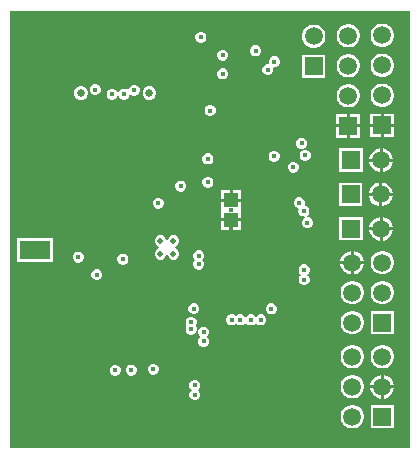
<source format=gbr>
%TF.GenerationSoftware,Altium Limited,Altium Designer,23.1.1 (15)*%
G04 Layer_Physical_Order=5*
G04 Layer_Color=16737945*
%FSLAX45Y45*%
%MOMM*%
%TF.SameCoordinates,F9E8136A-E86D-4813-A5E9-63B8E08E304F*%
%TF.FilePolarity,Positive*%
%TF.FileFunction,Copper,L5,Inr,Signal*%
%TF.Part,Single*%
G01*
G75*
%TA.AperFunction,ComponentPad*%
%ADD48C,1.50000*%
%ADD49R,1.50000X1.50000*%
%TA.AperFunction,SMDPad,CuDef*%
%ADD50R,1.20000X1.20000*%
%TA.AperFunction,ComponentPad*%
%ADD51C,0.65000*%
%ADD52R,1.50000X1.50000*%
%TA.AperFunction,ViaPad*%
%ADD53R,2.52400X1.52400*%
%ADD54R,2.52400X1.52400*%
%ADD55C,0.45000*%
%ADD56C,0.50000*%
G36*
X12517500Y3702500D02*
X9131300D01*
Y7404100D01*
X12517500D01*
Y3702500D01*
D02*
G37*
%LPC*%
G36*
X10756749Y7226500D02*
X10738251D01*
X10721160Y7219421D01*
X10708079Y7206340D01*
X10701000Y7189250D01*
Y7170751D01*
X10708079Y7153660D01*
X10721160Y7140579D01*
X10738251Y7133500D01*
X10756749D01*
X10773840Y7140579D01*
X10786921Y7153660D01*
X10794000Y7170751D01*
Y7189250D01*
X10786921Y7206340D01*
X10773840Y7219421D01*
X10756749Y7226500D01*
D02*
G37*
G36*
X12295533Y7295500D02*
X12269466D01*
X12244287Y7288753D01*
X12221713Y7275720D01*
X12203280Y7257287D01*
X12190247Y7234712D01*
X12183500Y7209533D01*
Y7183466D01*
X12190247Y7158287D01*
X12203280Y7135713D01*
X12221713Y7117280D01*
X12244287Y7104247D01*
X12269466Y7097500D01*
X12295533D01*
X12320712Y7104247D01*
X12343287Y7117280D01*
X12361719Y7135713D01*
X12374753Y7158287D01*
X12381500Y7183466D01*
Y7209533D01*
X12374753Y7234712D01*
X12361719Y7257287D01*
X12343287Y7275720D01*
X12320712Y7288753D01*
X12295533Y7295500D01*
D02*
G37*
G36*
X12008033Y7292000D02*
X11981966D01*
X11956787Y7285253D01*
X11934213Y7272220D01*
X11915780Y7253787D01*
X11902747Y7231213D01*
X11896000Y7206034D01*
Y7179967D01*
X11902747Y7154788D01*
X11915780Y7132213D01*
X11934213Y7113781D01*
X11956787Y7100747D01*
X11981966Y7094000D01*
X12008033D01*
X12033212Y7100747D01*
X12055787Y7113781D01*
X12074219Y7132213D01*
X12087253Y7154788D01*
X12094000Y7179967D01*
Y7206034D01*
X12087253Y7231213D01*
X12074219Y7253787D01*
X12055787Y7272220D01*
X12033212Y7285253D01*
X12008033Y7292000D01*
D02*
G37*
G36*
X11715534Y7288000D02*
X11689467D01*
X11664288Y7281253D01*
X11641713Y7268220D01*
X11623281Y7249787D01*
X11610247Y7227213D01*
X11603500Y7202034D01*
Y7175967D01*
X11610247Y7150788D01*
X11623281Y7128213D01*
X11641713Y7109781D01*
X11664288Y7096747D01*
X11689467Y7090000D01*
X11715534D01*
X11740713Y7096747D01*
X11763287Y7109781D01*
X11781720Y7128213D01*
X11794753Y7150788D01*
X11801500Y7175967D01*
Y7202034D01*
X11794753Y7227213D01*
X11781720Y7249787D01*
X11763287Y7268220D01*
X11740713Y7281253D01*
X11715534Y7288000D01*
D02*
G37*
G36*
X11219249Y7111500D02*
X11200751D01*
X11183660Y7104421D01*
X11170579Y7091340D01*
X11163500Y7074250D01*
Y7055751D01*
X11170579Y7038660D01*
X11183660Y7025579D01*
X11200751Y7018500D01*
X11219249D01*
X11236340Y7025579D01*
X11249421Y7038660D01*
X11256500Y7055751D01*
Y7074250D01*
X11249421Y7091340D01*
X11236340Y7104421D01*
X11219249Y7111500D01*
D02*
G37*
G36*
X10941750Y7074000D02*
X10923251D01*
X10906160Y7066921D01*
X10893079Y7053840D01*
X10886000Y7036749D01*
Y7018251D01*
X10893079Y7001160D01*
X10906160Y6988079D01*
X10923251Y6981000D01*
X10941750D01*
X10958840Y6988079D01*
X10971921Y7001160D01*
X10979000Y7018251D01*
Y7036749D01*
X10971921Y7053840D01*
X10958840Y7066921D01*
X10941750Y7074000D01*
D02*
G37*
G36*
X11379250Y7019000D02*
X11360751D01*
X11343660Y7011921D01*
X11330579Y6998840D01*
X11323500Y6981749D01*
Y6963251D01*
X11314621Y6951500D01*
X11303251D01*
X11286160Y6944421D01*
X11273079Y6931340D01*
X11266000Y6914249D01*
Y6895750D01*
X11273079Y6878660D01*
X11286160Y6865579D01*
X11303251Y6858500D01*
X11321750D01*
X11338840Y6865579D01*
X11351921Y6878660D01*
X11359000Y6895750D01*
Y6914249D01*
X11367879Y6926000D01*
X11379250D01*
X11396340Y6933079D01*
X11409421Y6946160D01*
X11416500Y6963250D01*
Y6981749D01*
X11409421Y6998840D01*
X11396340Y7011921D01*
X11379250Y7019000D01*
D02*
G37*
G36*
X12295533Y7041500D02*
X12269466D01*
X12244287Y7034753D01*
X12221713Y7021720D01*
X12203280Y7003287D01*
X12190247Y6980712D01*
X12183500Y6955533D01*
Y6929466D01*
X12190247Y6904287D01*
X12203280Y6881713D01*
X12221713Y6863280D01*
X12244287Y6850247D01*
X12269466Y6843500D01*
X12295533D01*
X12320712Y6850247D01*
X12343287Y6863280D01*
X12361719Y6881713D01*
X12374753Y6904287D01*
X12381500Y6929466D01*
Y6955533D01*
X12374753Y6980712D01*
X12361719Y7003287D01*
X12343287Y7021720D01*
X12320712Y7034753D01*
X12295533Y7041500D01*
D02*
G37*
G36*
X12008033Y7038000D02*
X11981966D01*
X11956787Y7031253D01*
X11934213Y7018220D01*
X11915780Y6999787D01*
X11902747Y6977213D01*
X11896000Y6952034D01*
Y6925967D01*
X11902747Y6900788D01*
X11915780Y6878213D01*
X11934213Y6859781D01*
X11956787Y6846747D01*
X11981966Y6840000D01*
X12008033D01*
X12033212Y6846747D01*
X12055787Y6859781D01*
X12074219Y6878213D01*
X12087253Y6900788D01*
X12094000Y6925967D01*
Y6952034D01*
X12087253Y6977213D01*
X12074219Y6999787D01*
X12055787Y7018220D01*
X12033212Y7031253D01*
X12008033Y7038000D01*
D02*
G37*
G36*
X11801500Y7034000D02*
X11603500D01*
Y6836000D01*
X11801500D01*
Y7034000D01*
D02*
G37*
G36*
X10941750Y6916500D02*
X10923251D01*
X10906160Y6909421D01*
X10893079Y6896340D01*
X10886000Y6879249D01*
Y6860751D01*
X10893079Y6843660D01*
X10906160Y6830579D01*
X10923251Y6823500D01*
X10941750D01*
X10958840Y6830579D01*
X10971921Y6843660D01*
X10979000Y6860751D01*
Y6879249D01*
X10971921Y6896340D01*
X10958840Y6909421D01*
X10941750Y6916500D01*
D02*
G37*
G36*
X10191749Y6779000D02*
X10173251D01*
X10156160Y6771921D01*
X10143079Y6758840D01*
X10136780Y6743632D01*
X10124267Y6738184D01*
X10123530Y6738921D01*
X10106439Y6746000D01*
X10087940D01*
X10070850Y6738921D01*
X10057769Y6725840D01*
X10052625Y6713421D01*
X10038957Y6713232D01*
X10034596Y6723759D01*
X10021516Y6736840D01*
X10004425Y6743919D01*
X9985926D01*
X9968836Y6736840D01*
X9955755Y6723759D01*
X9948676Y6706669D01*
Y6688170D01*
X9955755Y6671079D01*
X9968836Y6657999D01*
X9985926Y6650920D01*
X10004425D01*
X10021516Y6657999D01*
X10034596Y6671079D01*
X10039740Y6683498D01*
X10053409Y6683687D01*
X10057769Y6673160D01*
X10070850Y6660079D01*
X10087940Y6653000D01*
X10106439D01*
X10123530Y6660079D01*
X10136611Y6673160D01*
X10142910Y6688369D01*
X10155423Y6693816D01*
X10156160Y6693079D01*
X10173251Y6686000D01*
X10191749D01*
X10208840Y6693079D01*
X10221921Y6706160D01*
X10229000Y6723251D01*
Y6741750D01*
X10221921Y6758840D01*
X10208840Y6771921D01*
X10191749Y6779000D01*
D02*
G37*
G36*
X9861749Y6784000D02*
X9843251D01*
X9826160Y6776921D01*
X9813079Y6763840D01*
X9806000Y6746750D01*
Y6728251D01*
X9813079Y6711160D01*
X9826160Y6698079D01*
X9843251Y6691000D01*
X9861749D01*
X9878840Y6698079D01*
X9891921Y6711160D01*
X9899000Y6728251D01*
Y6746750D01*
X9891921Y6763840D01*
X9878840Y6776921D01*
X9861749Y6784000D01*
D02*
G37*
G36*
X10321238Y6766500D02*
X10298761D01*
X10277995Y6757898D01*
X10262102Y6742005D01*
X10253500Y6721239D01*
Y6698762D01*
X10262102Y6677995D01*
X10277995Y6662102D01*
X10298761Y6653500D01*
X10321238D01*
X10342005Y6662102D01*
X10357898Y6677995D01*
X10366500Y6698762D01*
Y6721239D01*
X10357898Y6742005D01*
X10342005Y6757898D01*
X10321238Y6766500D01*
D02*
G37*
G36*
X9743239D02*
X9720762D01*
X9699995Y6757898D01*
X9684102Y6742005D01*
X9675500Y6721239D01*
Y6698762D01*
X9684102Y6677995D01*
X9699995Y6662102D01*
X9720762Y6653500D01*
X9743239D01*
X9764005Y6662102D01*
X9779898Y6677995D01*
X9788500Y6698762D01*
Y6721239D01*
X9779898Y6742005D01*
X9764005Y6757898D01*
X9743239Y6766500D01*
D02*
G37*
G36*
X12295533Y6787500D02*
X12269466D01*
X12244287Y6780753D01*
X12221713Y6767720D01*
X12203280Y6749287D01*
X12190247Y6726712D01*
X12183500Y6701533D01*
Y6675466D01*
X12190247Y6650287D01*
X12203280Y6627713D01*
X12221713Y6609280D01*
X12244287Y6596247D01*
X12269466Y6589500D01*
X12295533D01*
X12320712Y6596247D01*
X12343287Y6609280D01*
X12361719Y6627713D01*
X12374753Y6650287D01*
X12381500Y6675466D01*
Y6701533D01*
X12374753Y6726712D01*
X12361719Y6749287D01*
X12343287Y6767720D01*
X12320712Y6780753D01*
X12295533Y6787500D01*
D02*
G37*
G36*
X12008033Y6784000D02*
X11981966D01*
X11956787Y6777253D01*
X11934213Y6764220D01*
X11915780Y6745787D01*
X11902747Y6723213D01*
X11896000Y6698034D01*
Y6671967D01*
X11902747Y6646788D01*
X11915780Y6624213D01*
X11934213Y6605781D01*
X11956787Y6592747D01*
X11981966Y6586000D01*
X12008033D01*
X12033212Y6592747D01*
X12055787Y6605781D01*
X12074219Y6624213D01*
X12087253Y6646788D01*
X12094000Y6671967D01*
Y6698034D01*
X12087253Y6723213D01*
X12074219Y6745787D01*
X12055787Y6764220D01*
X12033212Y6777253D01*
X12008033Y6784000D01*
D02*
G37*
G36*
X10834249Y6606500D02*
X10815751D01*
X10798660Y6599421D01*
X10785579Y6586340D01*
X10778500Y6569249D01*
Y6550751D01*
X10785579Y6533660D01*
X10798660Y6520579D01*
X10815751Y6513500D01*
X10834249D01*
X10851340Y6520579D01*
X10864421Y6533660D01*
X10871500Y6550751D01*
Y6569249D01*
X10864421Y6586340D01*
X10851340Y6599421D01*
X10834249Y6606500D01*
D02*
G37*
G36*
X12382900Y6534900D02*
X12295200D01*
Y6447199D01*
X12382900D01*
Y6534900D01*
D02*
G37*
G36*
X12269800D02*
X12182100D01*
Y6447199D01*
X12269800D01*
Y6534900D01*
D02*
G37*
G36*
X12095400Y6531400D02*
X12007700D01*
Y6443700D01*
X12095400D01*
Y6531400D01*
D02*
G37*
G36*
X11982300D02*
X11894600D01*
Y6443700D01*
X11982300D01*
Y6531400D01*
D02*
G37*
G36*
X12382900Y6421799D02*
X12295200D01*
Y6334100D01*
X12382900D01*
Y6421799D01*
D02*
G37*
G36*
X12269800D02*
X12182100D01*
Y6334100D01*
X12269800D01*
Y6421799D01*
D02*
G37*
G36*
X12095400Y6418300D02*
X12007700D01*
Y6330600D01*
X12095400D01*
Y6418300D01*
D02*
G37*
G36*
X11982300D02*
X11894600D01*
Y6330600D01*
X11982300D01*
Y6418300D01*
D02*
G37*
G36*
X11608883Y6328411D02*
X11590384D01*
X11573294Y6321332D01*
X11560213Y6308251D01*
X11553134Y6291160D01*
Y6272662D01*
X11560213Y6255571D01*
X11573294Y6242490D01*
X11590384Y6235411D01*
X11608883D01*
X11625974Y6242490D01*
X11639054Y6255571D01*
X11646133Y6272662D01*
Y6291160D01*
X11639054Y6308251D01*
X11625974Y6321332D01*
X11608883Y6328411D01*
D02*
G37*
G36*
X12287218Y6240400D02*
X12286700D01*
Y6152700D01*
X12374400D01*
Y6153218D01*
X12367558Y6178753D01*
X12354340Y6201647D01*
X12335647Y6220340D01*
X12312753Y6233558D01*
X12287218Y6240400D01*
D02*
G37*
G36*
X12261300D02*
X12260782D01*
X12235247Y6233558D01*
X12212353Y6220340D01*
X12193660Y6201647D01*
X12180442Y6178753D01*
X12173600Y6153218D01*
Y6152700D01*
X12261300D01*
Y6240400D01*
D02*
G37*
G36*
X11639250Y6226500D02*
X11620751D01*
X11603660Y6219421D01*
X11590579Y6206340D01*
X11583500Y6189249D01*
Y6170751D01*
X11590579Y6153660D01*
X11603660Y6140579D01*
X11620751Y6133500D01*
X11639250D01*
X11656340Y6140579D01*
X11669421Y6153660D01*
X11676500Y6170751D01*
Y6189249D01*
X11669421Y6206340D01*
X11656340Y6219421D01*
X11639250Y6226500D01*
D02*
G37*
G36*
X11376383Y6218411D02*
X11357884D01*
X11340794Y6211332D01*
X11327713Y6198251D01*
X11320634Y6181160D01*
Y6162662D01*
X11327713Y6145571D01*
X11340794Y6132490D01*
X11357884Y6125411D01*
X11376383D01*
X11393474Y6132490D01*
X11406555Y6145571D01*
X11413634Y6162662D01*
Y6181160D01*
X11406555Y6198251D01*
X11393474Y6211332D01*
X11376383Y6218411D01*
D02*
G37*
G36*
X10816750Y6196500D02*
X10798251D01*
X10781160Y6189421D01*
X10768079Y6176340D01*
X10761000Y6159249D01*
Y6140750D01*
X10768079Y6123660D01*
X10781160Y6110579D01*
X10798251Y6103500D01*
X10816750D01*
X10833840Y6110579D01*
X10846921Y6123660D01*
X10854000Y6140750D01*
Y6159249D01*
X10846921Y6176340D01*
X10833840Y6189421D01*
X10816750Y6196500D01*
D02*
G37*
G36*
X12119000Y6239000D02*
X11921000D01*
Y6041000D01*
X12119000D01*
Y6239000D01*
D02*
G37*
G36*
X12374400Y6127300D02*
X12286700D01*
Y6039600D01*
X12287218D01*
X12312753Y6046442D01*
X12335647Y6059660D01*
X12354340Y6078353D01*
X12367558Y6101247D01*
X12374400Y6126782D01*
Y6127300D01*
D02*
G37*
G36*
X12261300D02*
X12173600D01*
Y6126782D01*
X12180442Y6101247D01*
X12193660Y6078353D01*
X12212353Y6059660D01*
X12235247Y6046442D01*
X12260782Y6039600D01*
X12261300D01*
Y6127300D01*
D02*
G37*
G36*
X11539249Y6126500D02*
X11520751D01*
X11503660Y6119421D01*
X11490579Y6106340D01*
X11483500Y6089249D01*
Y6070751D01*
X11490579Y6053660D01*
X11503660Y6040579D01*
X11520751Y6033500D01*
X11539249D01*
X11556340Y6040579D01*
X11569421Y6053660D01*
X11576500Y6070751D01*
Y6089249D01*
X11569421Y6106340D01*
X11556340Y6119421D01*
X11539249Y6126500D01*
D02*
G37*
G36*
X10816750Y5998500D02*
X10798251D01*
X10781160Y5991421D01*
X10768079Y5978340D01*
X10761000Y5961249D01*
Y5942751D01*
X10768079Y5925660D01*
X10781160Y5912579D01*
X10798251Y5905500D01*
X10816750D01*
X10833840Y5912579D01*
X10846921Y5925660D01*
X10854000Y5942751D01*
Y5961249D01*
X10846921Y5978340D01*
X10833840Y5991421D01*
X10816750Y5998500D01*
D02*
G37*
G36*
X10586049Y5966500D02*
X10567551D01*
X10550460Y5959421D01*
X10537379Y5946340D01*
X10530300Y5929250D01*
Y5910751D01*
X10537379Y5893660D01*
X10550460Y5880579D01*
X10567551Y5873500D01*
X10586049D01*
X10603140Y5880579D01*
X10616221Y5893660D01*
X10623300Y5910751D01*
Y5929250D01*
X10616221Y5946340D01*
X10603140Y5959421D01*
X10586049Y5966500D01*
D02*
G37*
G36*
X12283218Y5950400D02*
X12282700D01*
Y5862700D01*
X12370400D01*
Y5863218D01*
X12363558Y5888753D01*
X12350340Y5911647D01*
X12331647Y5930340D01*
X12308753Y5943558D01*
X12283218Y5950400D01*
D02*
G37*
G36*
X12257300D02*
X12256782D01*
X12231247Y5943558D01*
X12208353Y5930340D01*
X12189660Y5911647D01*
X12176442Y5888753D01*
X12169600Y5863218D01*
Y5862700D01*
X12257300D01*
Y5950400D01*
D02*
G37*
G36*
X11087900Y5887900D02*
X11015200D01*
Y5815200D01*
X11087900D01*
Y5887900D01*
D02*
G37*
G36*
X10989800D02*
X10917100D01*
Y5815200D01*
X10989800D01*
Y5887900D01*
D02*
G37*
G36*
X12115000Y5949000D02*
X11917000D01*
Y5751000D01*
X12115000D01*
Y5949000D01*
D02*
G37*
G36*
X12370400Y5837300D02*
X12282700D01*
Y5749600D01*
X12283218D01*
X12308753Y5756442D01*
X12331647Y5769660D01*
X12350340Y5788353D01*
X12363558Y5811247D01*
X12370400Y5836782D01*
Y5837300D01*
D02*
G37*
G36*
X12257300D02*
X12169600D01*
Y5836782D01*
X12176442Y5811247D01*
X12189660Y5788353D01*
X12208353Y5769660D01*
X12231247Y5756442D01*
X12256782Y5749600D01*
X12257300D01*
Y5837300D01*
D02*
G37*
G36*
X10395249Y5821500D02*
X10376750D01*
X10359660Y5814421D01*
X10346579Y5801340D01*
X10339500Y5784249D01*
Y5765750D01*
X10346579Y5748660D01*
X10359660Y5735579D01*
X10376750Y5728500D01*
X10395249D01*
X10412340Y5735579D01*
X10425421Y5748660D01*
X10432500Y5765750D01*
Y5784249D01*
X10425421Y5801340D01*
X10412340Y5814421D01*
X10395249Y5821500D01*
D02*
G37*
G36*
X11087900Y5789800D02*
X10917100D01*
Y5717100D01*
Y5650200D01*
X11087900D01*
Y5717100D01*
Y5789800D01*
D02*
G37*
G36*
X12287218Y5660400D02*
X12286700D01*
Y5572700D01*
X12374400D01*
Y5573218D01*
X12367558Y5598753D01*
X12354340Y5621647D01*
X12335647Y5640340D01*
X12312753Y5653558D01*
X12287218Y5660400D01*
D02*
G37*
G36*
X12261300D02*
X12260782D01*
X12235247Y5653558D01*
X12212353Y5640340D01*
X12193660Y5621647D01*
X12180442Y5598753D01*
X12173600Y5573218D01*
Y5572700D01*
X12261300D01*
Y5660400D01*
D02*
G37*
G36*
X11589249Y5826500D02*
X11570751D01*
X11553660Y5819421D01*
X11540579Y5806340D01*
X11533500Y5789250D01*
Y5770751D01*
X11540579Y5753660D01*
X11553660Y5740579D01*
X11568447Y5734455D01*
X11574543Y5721767D01*
X11573500Y5719249D01*
Y5700751D01*
X11580579Y5683660D01*
X11593660Y5670579D01*
X11610750Y5663500D01*
X11624472D01*
X11626998Y5650800D01*
X11623306Y5649271D01*
X11610225Y5636190D01*
X11603146Y5619100D01*
Y5600601D01*
X11610225Y5583510D01*
X11623306Y5570429D01*
X11640397Y5563350D01*
X11658896D01*
X11675986Y5570429D01*
X11689067Y5583510D01*
X11696146Y5600601D01*
Y5619100D01*
X11689067Y5636190D01*
X11675986Y5649271D01*
X11658896Y5656350D01*
X11645174D01*
X11642648Y5669050D01*
X11646340Y5670579D01*
X11659421Y5683660D01*
X11666500Y5700751D01*
Y5719249D01*
X11659421Y5736340D01*
X11646340Y5749421D01*
X11631553Y5755546D01*
X11625457Y5768233D01*
X11626500Y5770751D01*
Y5789250D01*
X11619421Y5806340D01*
X11606340Y5819421D01*
X11589249Y5826500D01*
D02*
G37*
G36*
X11087900Y5624800D02*
X11015200D01*
Y5552100D01*
X11087900D01*
Y5624800D01*
D02*
G37*
G36*
X10989800D02*
X10917100D01*
Y5552100D01*
X10989800D01*
Y5624800D01*
D02*
G37*
G36*
X10524747Y5504000D02*
X10505253D01*
X10487244Y5496540D01*
X10473460Y5482756D01*
X10466000Y5464747D01*
X10454000D01*
X10446540Y5482756D01*
X10432756Y5496540D01*
X10414747Y5504000D01*
X10395253D01*
X10377244Y5496540D01*
X10363460Y5482756D01*
X10356000Y5464747D01*
Y5445253D01*
X10363460Y5427244D01*
X10377244Y5413460D01*
X10395253Y5406000D01*
Y5394000D01*
X10377244Y5386540D01*
X10363460Y5372756D01*
X10356000Y5354747D01*
Y5335253D01*
X10363460Y5317244D01*
X10377244Y5303460D01*
X10395253Y5296000D01*
X10414747D01*
X10432756Y5303460D01*
X10446540Y5317244D01*
X10454000Y5335253D01*
X10466000D01*
X10473460Y5317244D01*
X10487244Y5303460D01*
X10505253Y5296000D01*
X10524747D01*
X10542756Y5303460D01*
X10556540Y5317244D01*
X10564000Y5335253D01*
Y5354747D01*
X10556540Y5372756D01*
X10542756Y5386540D01*
X10524747Y5394000D01*
Y5406000D01*
X10542756Y5413460D01*
X10556540Y5427244D01*
X10564000Y5445253D01*
Y5464747D01*
X10556540Y5482756D01*
X10542756Y5496540D01*
X10524747Y5504000D01*
D02*
G37*
G36*
X12119000Y5659000D02*
X11921000D01*
Y5461000D01*
X12119000D01*
Y5659000D01*
D02*
G37*
G36*
X12374400Y5547300D02*
X12286700D01*
Y5459600D01*
X12287218D01*
X12312753Y5466442D01*
X12335647Y5479660D01*
X12354340Y5498353D01*
X12367558Y5521247D01*
X12374400Y5546782D01*
Y5547300D01*
D02*
G37*
G36*
X12261300D02*
X12173600D01*
Y5546782D01*
X12180442Y5521247D01*
X12193660Y5498353D01*
X12212353Y5479660D01*
X12235247Y5466442D01*
X12260782Y5459600D01*
X12261300D01*
Y5547300D01*
D02*
G37*
G36*
X12041718Y5373400D02*
X12041200D01*
Y5285700D01*
X12128900D01*
Y5286218D01*
X12122058Y5311753D01*
X12108840Y5334647D01*
X12090147Y5353340D01*
X12067253Y5366558D01*
X12041718Y5373400D01*
D02*
G37*
G36*
X12015800D02*
X12015282D01*
X11989747Y5366558D01*
X11966853Y5353340D01*
X11948160Y5334647D01*
X11934942Y5311753D01*
X11928100Y5286218D01*
Y5285700D01*
X12015800D01*
Y5373400D01*
D02*
G37*
G36*
X9492700Y5477700D02*
X9192300D01*
Y5277300D01*
X9492700D01*
Y5477700D01*
D02*
G37*
G36*
X9719249Y5366500D02*
X9700750D01*
X9683660Y5359421D01*
X9670579Y5346340D01*
X9663500Y5329249D01*
Y5310751D01*
X9670579Y5293660D01*
X9683660Y5280579D01*
X9700750Y5273500D01*
X9719249D01*
X9736340Y5280579D01*
X9749421Y5293660D01*
X9756500Y5310751D01*
Y5329249D01*
X9749421Y5346340D01*
X9736340Y5359421D01*
X9719249Y5366500D01*
D02*
G37*
G36*
X10096749Y5349000D02*
X10078251D01*
X10061160Y5341921D01*
X10048079Y5328840D01*
X10041000Y5311749D01*
Y5293251D01*
X10048079Y5276160D01*
X10061160Y5263079D01*
X10078251Y5256000D01*
X10096749D01*
X10113840Y5263079D01*
X10126921Y5276160D01*
X10134000Y5293251D01*
Y5311749D01*
X10126921Y5328840D01*
X10113840Y5341921D01*
X10096749Y5349000D01*
D02*
G37*
G36*
X10739249Y5376500D02*
X10720750D01*
X10703660Y5369421D01*
X10690579Y5356340D01*
X10683500Y5339249D01*
Y5320751D01*
X10690579Y5303660D01*
X10698632Y5295607D01*
X10688983Y5285958D01*
X10681904Y5268868D01*
Y5250369D01*
X10688983Y5233278D01*
X10702063Y5220197D01*
X10719154Y5213118D01*
X10737653D01*
X10754744Y5220197D01*
X10767824Y5233278D01*
X10774903Y5250369D01*
Y5268868D01*
X10767824Y5285958D01*
X10759772Y5294011D01*
X10769421Y5303660D01*
X10776500Y5320751D01*
Y5339249D01*
X10769421Y5356340D01*
X10756340Y5369421D01*
X10739249Y5376500D01*
D02*
G37*
G36*
X12295533Y5372000D02*
X12269466D01*
X12244287Y5365253D01*
X12221713Y5352219D01*
X12203280Y5333787D01*
X12190247Y5311212D01*
X12183500Y5286033D01*
Y5259966D01*
X12190247Y5234787D01*
X12203280Y5212213D01*
X12221713Y5193780D01*
X12244287Y5180747D01*
X12269466Y5174000D01*
X12295533D01*
X12320712Y5180747D01*
X12343287Y5193780D01*
X12361719Y5212213D01*
X12374753Y5234787D01*
X12381500Y5259966D01*
Y5286033D01*
X12374753Y5311212D01*
X12361719Y5333787D01*
X12343287Y5352219D01*
X12320712Y5365253D01*
X12295533Y5372000D01*
D02*
G37*
G36*
X12128900Y5260300D02*
X12041200D01*
Y5172600D01*
X12041718D01*
X12067253Y5179442D01*
X12090147Y5192660D01*
X12108840Y5211353D01*
X12122058Y5234247D01*
X12128900Y5259782D01*
Y5260300D01*
D02*
G37*
G36*
X12015800D02*
X11928100D01*
Y5259782D01*
X11934942Y5234247D01*
X11948160Y5211353D01*
X11966853Y5192660D01*
X11989747Y5179442D01*
X12015282Y5172600D01*
X12015800D01*
Y5260300D01*
D02*
G37*
G36*
X9874249Y5216500D02*
X9855751D01*
X9838660Y5209421D01*
X9825579Y5196340D01*
X9818500Y5179249D01*
Y5160751D01*
X9825579Y5143660D01*
X9838660Y5130579D01*
X9855751Y5123500D01*
X9874249D01*
X9891340Y5130579D01*
X9904421Y5143660D01*
X9911500Y5160751D01*
Y5179249D01*
X9904421Y5196340D01*
X9891340Y5209421D01*
X9874249Y5216500D01*
D02*
G37*
G36*
X11630499Y5257750D02*
X11612001D01*
X11594910Y5250671D01*
X11581829Y5237590D01*
X11574750Y5220500D01*
Y5202001D01*
X11581829Y5184910D01*
X11588442Y5178297D01*
X11593741Y5170000D01*
X11588442Y5161704D01*
X11581829Y5155090D01*
X11574750Y5138000D01*
Y5119501D01*
X11581829Y5102410D01*
X11594910Y5089329D01*
X11612000Y5082250D01*
X11630499D01*
X11647590Y5089329D01*
X11660671Y5102410D01*
X11667750Y5119501D01*
Y5138000D01*
X11660671Y5155090D01*
X11654057Y5161703D01*
X11648759Y5170000D01*
X11654057Y5178297D01*
X11660671Y5184910D01*
X11667750Y5202001D01*
Y5220500D01*
X11660671Y5237590D01*
X11647590Y5250671D01*
X11630499Y5257750D01*
D02*
G37*
G36*
X12295533Y5118000D02*
X12269466D01*
X12244287Y5111253D01*
X12221713Y5098219D01*
X12203280Y5079787D01*
X12190247Y5057212D01*
X12183500Y5032033D01*
Y5005966D01*
X12190247Y4980787D01*
X12203280Y4958213D01*
X12221713Y4939780D01*
X12244287Y4926747D01*
X12269466Y4920000D01*
X12295533D01*
X12320712Y4926747D01*
X12343287Y4939780D01*
X12361719Y4958213D01*
X12374753Y4980787D01*
X12381500Y5005966D01*
Y5032033D01*
X12374753Y5057212D01*
X12361719Y5079787D01*
X12343287Y5098219D01*
X12320712Y5111253D01*
X12295533Y5118000D01*
D02*
G37*
G36*
X12041533D02*
X12015466D01*
X11990287Y5111253D01*
X11967713Y5098219D01*
X11949280Y5079787D01*
X11936247Y5057212D01*
X11929500Y5032033D01*
Y5005966D01*
X11936247Y4980787D01*
X11949280Y4958213D01*
X11967713Y4939780D01*
X11990287Y4926747D01*
X12015466Y4920000D01*
X12041533D01*
X12066712Y4926747D01*
X12089287Y4939780D01*
X12107719Y4958213D01*
X12120753Y4980787D01*
X12127500Y5005966D01*
Y5032033D01*
X12120753Y5057212D01*
X12107719Y5079787D01*
X12089287Y5098219D01*
X12066712Y5111253D01*
X12041533Y5118000D01*
D02*
G37*
G36*
X10696749Y4929000D02*
X10678251D01*
X10661160Y4921921D01*
X10648079Y4908840D01*
X10641000Y4891749D01*
Y4873251D01*
X10648079Y4856160D01*
X10661160Y4843079D01*
X10678251Y4836000D01*
X10696749D01*
X10713840Y4843079D01*
X10726921Y4856160D01*
X10734000Y4873251D01*
Y4891749D01*
X10726921Y4908840D01*
X10713840Y4921921D01*
X10696749Y4929000D01*
D02*
G37*
G36*
X11351749Y4926500D02*
X11333251D01*
X11316160Y4919421D01*
X11303079Y4906340D01*
X11296000Y4889249D01*
Y4870750D01*
X11303079Y4853660D01*
X11316160Y4840579D01*
X11333251Y4833500D01*
X11351749D01*
X11368840Y4840579D01*
X11381921Y4853660D01*
X11389000Y4870750D01*
Y4889249D01*
X11381921Y4906340D01*
X11368840Y4919421D01*
X11351749Y4926500D01*
D02*
G37*
G36*
X11264250Y4834000D02*
X11245751D01*
X11228660Y4826921D01*
X11220797Y4819057D01*
X11212500Y4815252D01*
X11204203Y4819057D01*
X11196340Y4826921D01*
X11179249Y4834000D01*
X11160751D01*
X11143660Y4826921D01*
X11132409Y4815670D01*
X11125000Y4814626D01*
X11117591Y4815670D01*
X11106340Y4826921D01*
X11089249Y4834000D01*
X11070751D01*
X11053660Y4826921D01*
X11043750Y4817011D01*
X11033840Y4826921D01*
X11016749Y4834000D01*
X10998251D01*
X10981160Y4826921D01*
X10968079Y4813840D01*
X10961000Y4796749D01*
Y4778251D01*
X10968079Y4761160D01*
X10981160Y4748079D01*
X10998251Y4741000D01*
X11016749D01*
X11033840Y4748079D01*
X11043750Y4757989D01*
X11053660Y4748079D01*
X11070751Y4741000D01*
X11089249D01*
X11106340Y4748079D01*
X11117591Y4759330D01*
X11125000Y4760374D01*
X11132409Y4759330D01*
X11143660Y4748079D01*
X11160751Y4741000D01*
X11179249D01*
X11196340Y4748079D01*
X11204203Y4755942D01*
X11212500Y4759747D01*
X11220797Y4755942D01*
X11228660Y4748079D01*
X11245751Y4741000D01*
X11264250D01*
X11281340Y4748079D01*
X11294421Y4761160D01*
X11301500Y4778251D01*
Y4796749D01*
X11294421Y4813840D01*
X11281340Y4826921D01*
X11264250Y4834000D01*
D02*
G37*
G36*
X12381500Y4864000D02*
X12183500D01*
Y4666000D01*
X12381500D01*
Y4864000D01*
D02*
G37*
G36*
X12041533D02*
X12015466D01*
X11990287Y4857253D01*
X11967713Y4844219D01*
X11949280Y4825787D01*
X11936247Y4803212D01*
X11929500Y4778033D01*
Y4751966D01*
X11936247Y4726787D01*
X11949280Y4704213D01*
X11967713Y4685780D01*
X11990287Y4672747D01*
X12015466Y4666000D01*
X12041533D01*
X12066712Y4672747D01*
X12089287Y4685780D01*
X12107719Y4704213D01*
X12120753Y4726787D01*
X12127500Y4751966D01*
Y4778033D01*
X12120753Y4803212D01*
X12107719Y4825787D01*
X12089287Y4844219D01*
X12066712Y4857253D01*
X12041533Y4864000D01*
D02*
G37*
G36*
X10674249Y4814000D02*
X10655751D01*
X10638660Y4806921D01*
X10625579Y4793840D01*
X10618500Y4776749D01*
Y4758251D01*
X10625579Y4741160D01*
X10627989Y4738750D01*
X10625579Y4736340D01*
X10618500Y4719249D01*
Y4700751D01*
X10625579Y4683660D01*
X10638660Y4670579D01*
X10655751Y4663500D01*
X10674249D01*
X10691340Y4670579D01*
X10704421Y4683660D01*
X10711500Y4700751D01*
Y4719249D01*
X10704421Y4736340D01*
X10702011Y4738750D01*
X10704421Y4741160D01*
X10711500Y4758251D01*
Y4776749D01*
X10704421Y4793840D01*
X10691340Y4806921D01*
X10674249Y4814000D01*
D02*
G37*
G36*
X10779249Y4729000D02*
X10760751D01*
X10743660Y4721921D01*
X10730579Y4708840D01*
X10723500Y4691749D01*
Y4673250D01*
X10730579Y4656160D01*
X10742989Y4643750D01*
X10730579Y4631340D01*
X10723500Y4614249D01*
Y4595751D01*
X10730579Y4578660D01*
X10743660Y4565579D01*
X10760751Y4558500D01*
X10779249D01*
X10796340Y4565579D01*
X10809421Y4578660D01*
X10816500Y4595751D01*
Y4614249D01*
X10809421Y4631340D01*
X10797011Y4643750D01*
X10809421Y4656160D01*
X10816500Y4673250D01*
Y4691749D01*
X10809421Y4708840D01*
X10796340Y4721921D01*
X10779249Y4729000D01*
D02*
G37*
G36*
X12295533Y4575500D02*
X12269466D01*
X12244287Y4568753D01*
X12221713Y4555719D01*
X12203280Y4537287D01*
X12190247Y4514712D01*
X12183500Y4489533D01*
Y4463466D01*
X12190247Y4438287D01*
X12203280Y4415713D01*
X12221713Y4397280D01*
X12244287Y4384247D01*
X12269466Y4377500D01*
X12295533D01*
X12320712Y4384247D01*
X12343287Y4397280D01*
X12361719Y4415713D01*
X12374753Y4438287D01*
X12381500Y4463466D01*
Y4489533D01*
X12374753Y4514712D01*
X12361719Y4537287D01*
X12343287Y4555719D01*
X12320712Y4568753D01*
X12295533Y4575500D01*
D02*
G37*
G36*
X12041533D02*
X12015466D01*
X11990287Y4568753D01*
X11967713Y4555719D01*
X11949280Y4537287D01*
X11936247Y4514712D01*
X11929500Y4489533D01*
Y4463466D01*
X11936247Y4438287D01*
X11949280Y4415713D01*
X11967713Y4397280D01*
X11990287Y4384247D01*
X12015466Y4377500D01*
X12041533D01*
X12066712Y4384247D01*
X12089287Y4397280D01*
X12107719Y4415713D01*
X12120753Y4438287D01*
X12127500Y4463466D01*
Y4489533D01*
X12120753Y4514712D01*
X12107719Y4537287D01*
X12089287Y4555719D01*
X12066712Y4568753D01*
X12041533Y4575500D01*
D02*
G37*
G36*
X10354249Y4416500D02*
X10335750D01*
X10318660Y4409421D01*
X10305579Y4396340D01*
X10298500Y4379249D01*
Y4360750D01*
X10305579Y4343660D01*
X10318660Y4330579D01*
X10335750Y4323500D01*
X10354249D01*
X10371340Y4330579D01*
X10384421Y4343660D01*
X10391500Y4360750D01*
Y4379249D01*
X10384421Y4396340D01*
X10371340Y4409421D01*
X10354249Y4416500D01*
D02*
G37*
G36*
X10166749Y4409000D02*
X10148250D01*
X10131160Y4401921D01*
X10118079Y4388840D01*
X10111000Y4371749D01*
Y4353251D01*
X10118079Y4336160D01*
X10131160Y4323079D01*
X10148250Y4316000D01*
X10166749D01*
X10183840Y4323079D01*
X10196921Y4336160D01*
X10204000Y4353251D01*
Y4371749D01*
X10196921Y4388840D01*
X10183840Y4401921D01*
X10166749Y4409000D01*
D02*
G37*
G36*
X10031749Y4406500D02*
X10013250D01*
X9996160Y4399421D01*
X9983079Y4386340D01*
X9976000Y4369249D01*
Y4350751D01*
X9983079Y4333660D01*
X9996160Y4320579D01*
X10013250Y4313500D01*
X10031749D01*
X10048840Y4320579D01*
X10061921Y4333660D01*
X10069000Y4350751D01*
Y4369249D01*
X10061921Y4386340D01*
X10048840Y4399421D01*
X10031749Y4406500D01*
D02*
G37*
G36*
X12295718Y4322900D02*
X12295200D01*
Y4235200D01*
X12382900D01*
Y4235718D01*
X12376058Y4261253D01*
X12362840Y4284147D01*
X12344147Y4302840D01*
X12321253Y4316058D01*
X12295718Y4322900D01*
D02*
G37*
G36*
X12269800D02*
X12269282D01*
X12243747Y4316058D01*
X12220853Y4302840D01*
X12202160Y4284147D01*
X12188942Y4261253D01*
X12182100Y4235718D01*
Y4235200D01*
X12269800D01*
Y4322900D01*
D02*
G37*
G36*
X12041533Y4321500D02*
X12015466D01*
X11990287Y4314753D01*
X11967713Y4301719D01*
X11949280Y4283287D01*
X11936247Y4260712D01*
X11929500Y4235533D01*
Y4209466D01*
X11936247Y4184287D01*
X11949280Y4161713D01*
X11967713Y4143280D01*
X11990287Y4130247D01*
X12015466Y4123500D01*
X12041533D01*
X12066712Y4130247D01*
X12089287Y4143280D01*
X12107719Y4161713D01*
X12120753Y4184287D01*
X12127500Y4209466D01*
Y4235533D01*
X12120753Y4260712D01*
X12107719Y4283287D01*
X12089287Y4301719D01*
X12066712Y4314753D01*
X12041533Y4321500D01*
D02*
G37*
G36*
X12382900Y4209800D02*
X12295200D01*
Y4122100D01*
X12295718D01*
X12321253Y4128942D01*
X12344147Y4142160D01*
X12362840Y4160853D01*
X12376058Y4183747D01*
X12382900Y4209282D01*
Y4209800D01*
D02*
G37*
G36*
X12269800D02*
X12182100D01*
Y4209282D01*
X12188942Y4183747D01*
X12202160Y4160853D01*
X12220853Y4142160D01*
X12243747Y4128942D01*
X12269282Y4122100D01*
X12269800D01*
Y4209800D01*
D02*
G37*
G36*
X10704249Y4279000D02*
X10685751D01*
X10668660Y4271921D01*
X10655579Y4258840D01*
X10648500Y4241749D01*
Y4223251D01*
X10655579Y4206160D01*
X10667989Y4193750D01*
X10655579Y4181340D01*
X10648500Y4164249D01*
Y4145751D01*
X10655579Y4128660D01*
X10668660Y4115579D01*
X10685751Y4108500D01*
X10704249D01*
X10721340Y4115579D01*
X10734421Y4128660D01*
X10741500Y4145751D01*
Y4164249D01*
X10734421Y4181340D01*
X10722011Y4193750D01*
X10734421Y4206160D01*
X10741500Y4223251D01*
Y4241749D01*
X10734421Y4258840D01*
X10721340Y4271921D01*
X10704249Y4279000D01*
D02*
G37*
G36*
X12381500Y4067500D02*
X12183500D01*
Y3869500D01*
X12381500D01*
Y4067500D01*
D02*
G37*
G36*
X12041533D02*
X12015466D01*
X11990287Y4060753D01*
X11967713Y4047719D01*
X11949280Y4029287D01*
X11936247Y4006712D01*
X11929500Y3981533D01*
Y3955466D01*
X11936247Y3930287D01*
X11949280Y3907713D01*
X11967713Y3889280D01*
X11990287Y3876247D01*
X12015466Y3869500D01*
X12041533D01*
X12066712Y3876247D01*
X12089287Y3889280D01*
X12107719Y3907713D01*
X12120753Y3930287D01*
X12127500Y3955466D01*
Y3981533D01*
X12120753Y4006712D01*
X12107719Y4029287D01*
X12089287Y4047719D01*
X12066712Y4060753D01*
X12041533Y4067500D01*
D02*
G37*
%LPD*%
D48*
X11702500Y7189000D02*
D03*
X11995000Y6685000D02*
D03*
Y6939000D02*
D03*
Y7193000D02*
D03*
X12028500Y4765000D02*
D03*
X12282500Y5019000D02*
D03*
X12028500D02*
D03*
X12282500Y5273000D02*
D03*
X12028500D02*
D03*
X12270000Y5850000D02*
D03*
X12274000Y6140000D02*
D03*
Y5560000D02*
D03*
X12282500Y7196500D02*
D03*
Y6942500D02*
D03*
Y6688500D02*
D03*
X12028500Y3968500D02*
D03*
X12282500Y4222500D02*
D03*
X12028500D02*
D03*
X12282500Y4476500D02*
D03*
X12028500D02*
D03*
D49*
X11702500Y6935000D02*
D03*
X11995000Y6431000D02*
D03*
X12282500Y4765000D02*
D03*
Y6434500D02*
D03*
Y3968500D02*
D03*
D50*
X11002500Y5802500D02*
D03*
Y5637500D02*
D03*
D51*
X9732000Y6710000D02*
D03*
X10310000D02*
D03*
D52*
X12016000Y5850000D02*
D03*
X12020000Y6140000D02*
D03*
Y5560000D02*
D03*
D53*
X9342500Y5377500D02*
D03*
D54*
X9352500Y5620000D02*
D03*
D55*
X10665000Y4710000D02*
D03*
Y4767500D02*
D03*
X11392500Y6657500D02*
D03*
X10687500Y4882500D02*
D03*
X11255000Y4787500D02*
D03*
X11342500Y4880000D02*
D03*
X10386000Y5775000D02*
D03*
X9770000Y5637500D02*
D03*
X11170000Y4787500D02*
D03*
X10938717Y4772500D02*
D03*
X11080000Y4787500D02*
D03*
X11007500D02*
D03*
X10587912Y5142500D02*
D03*
X10502700Y4578600D02*
D03*
X11802500Y4155000D02*
D03*
X10160000Y4640000D02*
D03*
X10305000Y4637500D02*
D03*
X10055000Y4635000D02*
D03*
X10576800Y5920000D02*
D03*
X10807500Y5952000D02*
D03*
Y6150000D02*
D03*
X10712500Y6822500D02*
D03*
X10087500Y5302500D02*
D03*
X10117500Y5612500D02*
D03*
X12400007Y7000004D02*
D03*
Y6600004D02*
D03*
Y6200003D02*
D03*
Y5800003D02*
D03*
Y5400003D02*
D03*
Y4600002D02*
D03*
Y3800002D02*
D03*
X12300007Y6000003D02*
D03*
X12200007Y5400003D02*
D03*
Y3800002D02*
D03*
X12100007Y6000003D02*
D03*
X11900006Y5200003D02*
D03*
X11700006Y6800004D02*
D03*
X11600006Y5400003D02*
D03*
X11500006Y7200004D02*
D03*
X11400006Y4600002D02*
D03*
X11300006Y5200003D02*
D03*
X11200006Y4600002D02*
D03*
X11100006Y7200004D02*
D03*
X11000006Y7000004D02*
D03*
Y6200003D02*
D03*
Y4600002D02*
D03*
X11100006Y4400002D02*
D03*
X10800006Y5400003D02*
D03*
X10900006Y5200003D02*
D03*
X10800006Y3800002D02*
D03*
X10700006Y5600003D02*
D03*
X10600006Y4200002D02*
D03*
Y3800002D02*
D03*
X10400006Y4600002D02*
D03*
Y3800002D02*
D03*
X10300006Y7200004D02*
D03*
Y6800004D02*
D03*
X10200006Y6200003D02*
D03*
Y5800003D02*
D03*
Y3800002D02*
D03*
X10100005Y7200004D02*
D03*
X10000005Y7000004D02*
D03*
X10100005Y6800004D02*
D03*
Y6000003D02*
D03*
Y4800003D02*
D03*
X10000005Y3800002D02*
D03*
X9900005Y7200004D02*
D03*
X9800005Y5000003D02*
D03*
Y3800002D02*
D03*
X9700005Y7200004D02*
D03*
Y6800004D02*
D03*
X9600005Y3800002D02*
D03*
X9500005Y6400003D02*
D03*
X9400005Y6200003D02*
D03*
X9500005Y5200003D02*
D03*
Y4400002D02*
D03*
X9400005Y3800002D02*
D03*
X9300005Y7200004D02*
D03*
X9200005Y7000004D02*
D03*
X9300005Y6800004D02*
D03*
X9200005Y6600004D02*
D03*
X9300005Y6400003D02*
D03*
X9200005Y6200003D02*
D03*
X9300005Y6000003D02*
D03*
X9200005Y5800003D02*
D03*
Y5000003D02*
D03*
Y4600002D02*
D03*
Y3800002D02*
D03*
X10567500Y6152500D02*
D03*
X11649646Y5609850D02*
D03*
X10695000Y4155000D02*
D03*
Y4232500D02*
D03*
X10837500Y5532500D02*
D03*
X11002500Y5555000D02*
D03*
X11170000D02*
D03*
Y5720000D02*
D03*
X11002500D02*
D03*
X10835000Y5717500D02*
D03*
X11702500Y6402500D02*
D03*
X11798350Y4936051D02*
D03*
X10770000Y4605000D02*
D03*
X9710000Y5320000D02*
D03*
X10090000Y6270000D02*
D03*
X9995176Y6697419D02*
D03*
X10185000Y6965000D02*
D03*
X10097190Y6699500D02*
D03*
X10182500Y6732500D02*
D03*
X9852500Y6737500D02*
D03*
X9900000Y5985000D02*
D03*
X11800500Y3992500D02*
D03*
X11595000Y6112500D02*
D03*
X10186924Y5485908D02*
D03*
X10172795Y5370908D02*
D03*
X9688918Y4046710D02*
D03*
X9748918D02*
D03*
X9808917D02*
D03*
X9807227Y4636687D02*
D03*
X9747227D02*
D03*
X9687228D02*
D03*
X9807227Y4576687D02*
D03*
X9747227D02*
D03*
X9687228D02*
D03*
X11314646Y5537350D02*
D03*
X10770000Y4682500D02*
D03*
X10587500Y5665000D02*
D03*
X10548500Y5720000D02*
D03*
X10885000Y6770000D02*
D03*
X10930000Y7105000D02*
D03*
X10535000Y7175000D02*
D03*
X10537500Y6777500D02*
D03*
X10342500Y6520000D02*
D03*
X9702500Y6515000D02*
D03*
X9507500Y7170000D02*
D03*
Y6780000D02*
D03*
X11310000Y6805000D02*
D03*
X10825000Y6560000D02*
D03*
X9793938Y6367379D02*
D03*
X9623938Y6382379D02*
D03*
X9808938Y5994879D02*
D03*
X9726438Y5997379D02*
D03*
X9485000Y4087500D02*
D03*
X11731842Y4268159D02*
D03*
X9267500Y4145000D02*
D03*
X10680000Y4425000D02*
D03*
X10390000Y4767500D02*
D03*
X9952500Y3967500D02*
D03*
X10260000Y4137500D02*
D03*
X10290000Y4307500D02*
D03*
X11420000Y5938604D02*
D03*
Y6000000D02*
D03*
X11359904D02*
D03*
Y5938604D02*
D03*
X9865000Y5170000D02*
D03*
X9767500D02*
D03*
X10022500Y4360000D02*
D03*
X10157500Y4362500D02*
D03*
X10345000Y4370000D02*
D03*
X11580000Y5780000D02*
D03*
X10730000Y5330000D02*
D03*
X10728403Y5259618D02*
D03*
X10135000Y5157500D02*
D03*
X11120000Y6822500D02*
D03*
X10932500Y6947500D02*
D03*
X10755000Y6950000D02*
D03*
X10747500Y7180000D02*
D03*
X10932500Y7027500D02*
D03*
X11312500Y6905000D02*
D03*
X11370000Y6972500D02*
D03*
X10932500Y6870000D02*
D03*
X11210000Y7065000D02*
D03*
X11599634Y6281911D02*
D03*
X11621250Y5128750D02*
D03*
X11621250Y5211250D02*
D03*
X11620000Y5710000D02*
D03*
X11530000Y6080000D02*
D03*
X11367134Y6171911D02*
D03*
X11630000Y6180000D02*
D03*
X9850000Y6970000D02*
D03*
D56*
X10405000Y5345000D02*
D03*
Y5455000D02*
D03*
X10515000D02*
D03*
Y5345000D02*
D03*
%TF.MD5,ae9e02e9ac55208a1b91ae8047344d9c*%
M02*

</source>
